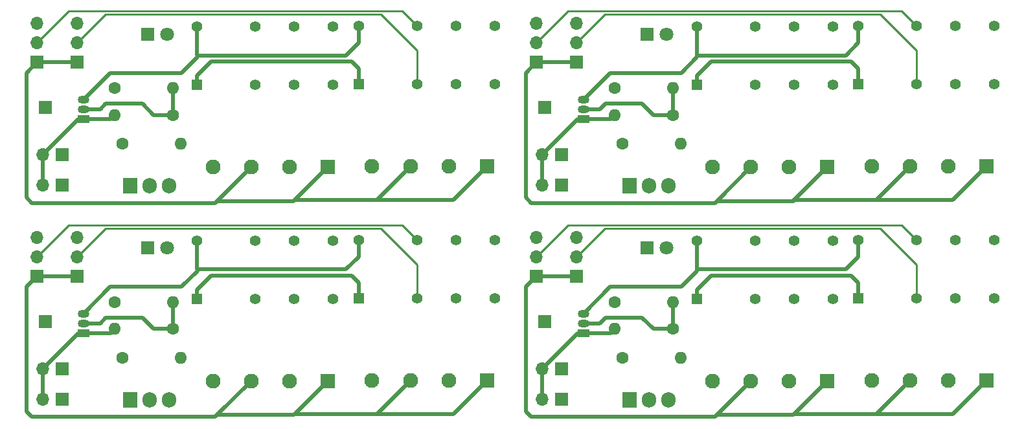
<source format=gbr>
%TF.GenerationSoftware,KiCad,Pcbnew,7.0.9*%
%TF.CreationDate,2024-06-09T17:36:51-04:00*%
%TF.ProjectId,Jackless-Panel,4a61636b-6c65-4737-932d-50616e656c2e,rev?*%
%TF.SameCoordinates,Original*%
%TF.FileFunction,Copper,L2,Bot*%
%TF.FilePolarity,Positive*%
%FSLAX46Y46*%
G04 Gerber Fmt 4.6, Leading zero omitted, Abs format (unit mm)*
G04 Created by KiCad (PCBNEW 7.0.9) date 2024-06-09 17:36:51*
%MOMM*%
%LPD*%
G01*
G04 APERTURE LIST*
%TA.AperFunction,ComponentPad*%
%ADD10C,1.600000*%
%TD*%
%TA.AperFunction,ComponentPad*%
%ADD11O,1.600000X1.600000*%
%TD*%
%TA.AperFunction,ComponentPad*%
%ADD12R,1.700000X1.700000*%
%TD*%
%TA.AperFunction,ComponentPad*%
%ADD13R,1.500000X1.050000*%
%TD*%
%TA.AperFunction,ComponentPad*%
%ADD14O,1.500000X1.050000*%
%TD*%
%TA.AperFunction,ComponentPad*%
%ADD15O,1.700000X1.700000*%
%TD*%
%TA.AperFunction,ComponentPad*%
%ADD16R,1.950000X1.950000*%
%TD*%
%TA.AperFunction,ComponentPad*%
%ADD17C,1.950000*%
%TD*%
%TA.AperFunction,ComponentPad*%
%ADD18R,1.800000X1.800000*%
%TD*%
%TA.AperFunction,ComponentPad*%
%ADD19C,1.800000*%
%TD*%
%TA.AperFunction,ComponentPad*%
%ADD20R,1.400000X1.400000*%
%TD*%
%TA.AperFunction,ComponentPad*%
%ADD21C,1.400000*%
%TD*%
%TA.AperFunction,ComponentPad*%
%ADD22R,1.905000X2.000000*%
%TD*%
%TA.AperFunction,ComponentPad*%
%ADD23O,1.905000X2.000000*%
%TD*%
%TA.AperFunction,Conductor*%
%ADD24C,0.500000*%
%TD*%
%TA.AperFunction,Conductor*%
%ADD25C,0.250000*%
%TD*%
G04 APERTURE END LIST*
D10*
%TO.P,LeftPD1,1*%
%TO.N,Board_1-Net-(QL1-G)*%
X169310000Y-34000000D03*
D11*
%TO.P,LeftPD1,2*%
%TO.N,Board_1-/Ctrl_GND*%
X161690000Y-34000000D03*
%TD*%
D12*
%TO.P,J1,1,Pin_1*%
%TO.N,Board_2-/Control*%
X87300000Y-61000000D03*
%TD*%
D13*
%TO.P,QL1,1,S*%
%TO.N,Board_2-/Ctrl_GND*%
X92310000Y-62520000D03*
D14*
%TO.P,QL1,2,G*%
%TO.N,Board_2-Net-(QL1-G)*%
X92310000Y-61250000D03*
%TO.P,QL1,3,D*%
%TO.N,Board_2-Net-(QL1-D)*%
X92310000Y-59980000D03*
%TD*%
D13*
%TO.P,QL1,1,S*%
%TO.N,Board_1-/Ctrl_GND*%
X157610000Y-34520000D03*
D14*
%TO.P,QL1,2,G*%
%TO.N,Board_1-Net-(QL1-G)*%
X157610000Y-33250000D03*
%TO.P,QL1,3,D*%
%TO.N,Board_1-Net-(QL1-D)*%
X157610000Y-31980000D03*
%TD*%
D12*
%TO.P,J1,1,Pin_1*%
%TO.N,Board_0-/Control*%
X87300000Y-33000000D03*
%TD*%
%TO.P,Out1,1,Pin_1*%
%TO.N,Board_0-/Signal_Gnd*%
X91450000Y-27080000D03*
D15*
%TO.P,Out1,2,Pin_2*%
%TO.N,Board_0-/L_out*%
X91450000Y-24540000D03*
%TO.P,Out1,3,Pin_3*%
%TO.N,Board_0-/R_out*%
X91450000Y-22000000D03*
%TD*%
D12*
%TO.P,In1,1,Pin_1*%
%TO.N,Board_0-/Signal_Gnd*%
X86200000Y-27080000D03*
D15*
%TO.P,In1,2,Pin_2*%
%TO.N,Board_0-/L_in*%
X86200000Y-24540000D03*
%TO.P,In1,3,Pin_3*%
%TO.N,Board_0-/R_in*%
X86200000Y-22000000D03*
%TD*%
D16*
%TO.P,J5,1,Pin_1*%
%TO.N,Board_0-/Signal_Gnd*%
X145000000Y-40700000D03*
D17*
%TO.P,J5,2,Pin_2*%
%TO.N,Board_0-/R_send*%
X140000000Y-40700000D03*
%TO.P,J5,3,Pin_3*%
%TO.N,Board_0-/Signal_Gnd*%
X135000000Y-40700000D03*
%TO.P,J5,4,Pin_4*%
%TO.N,Board_0-/L_Send*%
X130000000Y-40700000D03*
%TD*%
D18*
%TO.P,D1,1,K*%
%TO.N,Board_3-/Ctrl_GND*%
X165925000Y-51400000D03*
D19*
%TO.P,D1,2,A*%
%TO.N,Board_3-Net-(D1-A)*%
X168465000Y-51400000D03*
%TD*%
D10*
%TO.P,LGate1,1*%
%TO.N,Board_2-/Control*%
X96390000Y-58500000D03*
D11*
%TO.P,LGate1,2*%
%TO.N,Board_2-Net-(QL1-G)*%
X104010000Y-58500000D03*
%TD*%
D20*
%TO.P,Left/Mono1,1*%
%TO.N,Board_1-/5V*%
X193542500Y-29962500D03*
D21*
%TO.P,Left/Mono1,4*%
%TO.N,Board_1-/L_out*%
X201162500Y-29962500D03*
%TO.P,Left/Mono1,6*%
%TO.N,Board_1-Net-(Left/Mono1-Pad11)*%
X206242500Y-29962500D03*
%TO.P,Left/Mono1,8*%
%TO.N,Board_1-/L_Return*%
X211322500Y-29962500D03*
%TO.P,Left/Mono1,9*%
%TO.N,Board_1-/L_Send*%
X211322500Y-22342500D03*
%TO.P,Left/Mono1,11*%
%TO.N,Board_1-Net-(Left/Mono1-Pad11)*%
X206242500Y-22342500D03*
%TO.P,Left/Mono1,13*%
%TO.N,Board_1-/L_in*%
X201162500Y-22342500D03*
%TO.P,Left/Mono1,16*%
%TO.N,Board_1-Net-(QL1-D)*%
X193542500Y-22342500D03*
%TD*%
D12*
%TO.P,In1,1,Pin_1*%
%TO.N,Board_3-/Signal_Gnd*%
X151500000Y-55080000D03*
D15*
%TO.P,In1,2,Pin_2*%
%TO.N,Board_3-/L_in*%
X151500000Y-52540000D03*
%TO.P,In1,3,Pin_3*%
%TO.N,Board_3-/R_in*%
X151500000Y-50000000D03*
%TD*%
D10*
%TO.P,LGate1,1*%
%TO.N,Board_0-/Control*%
X96390000Y-30500000D03*
D11*
%TO.P,LGate1,2*%
%TO.N,Board_0-Net-(QL1-G)*%
X104010000Y-30500000D03*
%TD*%
D10*
%TO.P,RLed1,1*%
%TO.N,Board_2-/Control*%
X97390000Y-65750000D03*
D11*
%TO.P,RLed1,2*%
%TO.N,Board_2-Net-(D1-A)*%
X105010000Y-65750000D03*
%TD*%
D20*
%TO.P,Right1,1*%
%TO.N,Board_1-/5V*%
X172442500Y-30062500D03*
D21*
%TO.P,Right1,4*%
%TO.N,Board_1-/R_out*%
X180062500Y-30062500D03*
%TO.P,Right1,6*%
%TO.N,Board_1-Net-(Right1-Pad11)*%
X185142500Y-30062500D03*
%TO.P,Right1,8*%
%TO.N,Board_1-/R_Return*%
X190222500Y-30062500D03*
%TO.P,Right1,9*%
%TO.N,Board_1-/R_send*%
X190222500Y-22442500D03*
%TO.P,Right1,11*%
%TO.N,Board_1-Net-(Right1-Pad11)*%
X185142500Y-22442500D03*
%TO.P,Right1,13*%
%TO.N,Board_1-/R_in*%
X180062500Y-22442500D03*
%TO.P,Right1,16*%
%TO.N,Board_1-Net-(QL1-D)*%
X172442500Y-22442500D03*
%TD*%
D10*
%TO.P,RLed1,1*%
%TO.N,Board_3-/Control*%
X162690000Y-65750000D03*
D11*
%TO.P,RLed1,2*%
%TO.N,Board_3-Net-(D1-A)*%
X170310000Y-65750000D03*
%TD*%
D10*
%TO.P,LGate1,1*%
%TO.N,Board_3-/Control*%
X161690000Y-58500000D03*
D11*
%TO.P,LGate1,2*%
%TO.N,Board_3-Net-(QL1-G)*%
X169310000Y-58500000D03*
%TD*%
D20*
%TO.P,Right1,1*%
%TO.N,Board_2-/5V*%
X107142500Y-58062500D03*
D21*
%TO.P,Right1,4*%
%TO.N,Board_2-/R_out*%
X114762500Y-58062500D03*
%TO.P,Right1,6*%
%TO.N,Board_2-Net-(Right1-Pad11)*%
X119842500Y-58062500D03*
%TO.P,Right1,8*%
%TO.N,Board_2-/R_Return*%
X124922500Y-58062500D03*
%TO.P,Right1,9*%
%TO.N,Board_2-/R_send*%
X124922500Y-50442500D03*
%TO.P,Right1,11*%
%TO.N,Board_2-Net-(Right1-Pad11)*%
X119842500Y-50442500D03*
%TO.P,Right1,13*%
%TO.N,Board_2-/R_in*%
X114762500Y-50442500D03*
%TO.P,Right1,16*%
%TO.N,Board_2-Net-(QL1-D)*%
X107142500Y-50442500D03*
%TD*%
D20*
%TO.P,Left/Mono1,1*%
%TO.N,Board_2-/5V*%
X128242500Y-57962500D03*
D21*
%TO.P,Left/Mono1,4*%
%TO.N,Board_2-/L_out*%
X135862500Y-57962500D03*
%TO.P,Left/Mono1,6*%
%TO.N,Board_2-Net-(Left/Mono1-Pad11)*%
X140942500Y-57962500D03*
%TO.P,Left/Mono1,8*%
%TO.N,Board_2-/L_Return*%
X146022500Y-57962500D03*
%TO.P,Left/Mono1,9*%
%TO.N,Board_2-/L_Send*%
X146022500Y-50342500D03*
%TO.P,Left/Mono1,11*%
%TO.N,Board_2-Net-(Left/Mono1-Pad11)*%
X140942500Y-50342500D03*
%TO.P,Left/Mono1,13*%
%TO.N,Board_2-/L_in*%
X135862500Y-50342500D03*
%TO.P,Left/Mono1,16*%
%TO.N,Board_2-Net-(QL1-D)*%
X128242500Y-50342500D03*
%TD*%
D12*
%TO.P,J3,1,Pin_1*%
%TO.N,Board_1-/9V*%
X154775000Y-39200000D03*
D15*
%TO.P,J3,2,Pin_2*%
%TO.N,Board_1-/Ctrl_GND*%
X152235000Y-39200000D03*
%TD*%
D12*
%TO.P,J3,1,Pin_1*%
%TO.N,Board_3-/9V*%
X154775000Y-67200000D03*
D15*
%TO.P,J3,2,Pin_2*%
%TO.N,Board_3-/Ctrl_GND*%
X152235000Y-67200000D03*
%TD*%
D10*
%TO.P,RLed1,1*%
%TO.N,Board_0-/Control*%
X97390000Y-37750000D03*
D11*
%TO.P,RLed1,2*%
%TO.N,Board_0-Net-(D1-A)*%
X105010000Y-37750000D03*
%TD*%
D12*
%TO.P,J2,1,Pin_1*%
%TO.N,Board_0-/9V*%
X89475000Y-43200000D03*
D15*
%TO.P,J2,2,Pin_2*%
%TO.N,Board_0-/Ctrl_GND*%
X86935000Y-43200000D03*
%TD*%
D10*
%TO.P,LeftPD1,1*%
%TO.N,Board_3-Net-(QL1-G)*%
X169310000Y-62000000D03*
D11*
%TO.P,LeftPD1,2*%
%TO.N,Board_3-/Ctrl_GND*%
X161690000Y-62000000D03*
%TD*%
D16*
%TO.P,J4,1,Pin_1*%
%TO.N,Board_0-/Signal_Gnd*%
X124200000Y-40800000D03*
D17*
%TO.P,J4,2,Pin_2*%
%TO.N,Board_0-/R_Return*%
X119200000Y-40800000D03*
%TO.P,J4,3,Pin_3*%
%TO.N,Board_0-/Signal_Gnd*%
X114200000Y-40800000D03*
%TO.P,J4,4,Pin_4*%
%TO.N,Board_0-/L_Return*%
X109200000Y-40800000D03*
%TD*%
D20*
%TO.P,Right1,1*%
%TO.N,Board_3-/5V*%
X172442500Y-58062500D03*
D21*
%TO.P,Right1,4*%
%TO.N,Board_3-/R_out*%
X180062500Y-58062500D03*
%TO.P,Right1,6*%
%TO.N,Board_3-Net-(Right1-Pad11)*%
X185142500Y-58062500D03*
%TO.P,Right1,8*%
%TO.N,Board_3-/R_Return*%
X190222500Y-58062500D03*
%TO.P,Right1,9*%
%TO.N,Board_3-/R_send*%
X190222500Y-50442500D03*
%TO.P,Right1,11*%
%TO.N,Board_3-Net-(Right1-Pad11)*%
X185142500Y-50442500D03*
%TO.P,Right1,13*%
%TO.N,Board_3-/R_in*%
X180062500Y-50442500D03*
%TO.P,Right1,16*%
%TO.N,Board_3-Net-(QL1-D)*%
X172442500Y-50442500D03*
%TD*%
D18*
%TO.P,D1,1,K*%
%TO.N,Board_1-/Ctrl_GND*%
X165925000Y-23400000D03*
D19*
%TO.P,D1,2,A*%
%TO.N,Board_1-Net-(D1-A)*%
X168465000Y-23400000D03*
%TD*%
D12*
%TO.P,J2,1,Pin_1*%
%TO.N,Board_1-/9V*%
X154775000Y-43200000D03*
D15*
%TO.P,J2,2,Pin_2*%
%TO.N,Board_1-/Ctrl_GND*%
X152235000Y-43200000D03*
%TD*%
D13*
%TO.P,QL1,1,S*%
%TO.N,Board_3-/Ctrl_GND*%
X157610000Y-62520000D03*
D14*
%TO.P,QL1,2,G*%
%TO.N,Board_3-Net-(QL1-G)*%
X157610000Y-61250000D03*
%TO.P,QL1,3,D*%
%TO.N,Board_3-Net-(QL1-D)*%
X157610000Y-59980000D03*
%TD*%
D12*
%TO.P,J2,1,Pin_1*%
%TO.N,Board_2-/9V*%
X89475000Y-71200000D03*
D15*
%TO.P,J2,2,Pin_2*%
%TO.N,Board_2-/Ctrl_GND*%
X86935000Y-71200000D03*
%TD*%
D12*
%TO.P,In1,1,Pin_1*%
%TO.N,Board_1-/Signal_Gnd*%
X151500000Y-27080000D03*
D15*
%TO.P,In1,2,Pin_2*%
%TO.N,Board_1-/L_in*%
X151500000Y-24540000D03*
%TO.P,In1,3,Pin_3*%
%TO.N,Board_1-/R_in*%
X151500000Y-22000000D03*
%TD*%
D12*
%TO.P,Out1,1,Pin_1*%
%TO.N,Board_3-/Signal_Gnd*%
X156750000Y-55080000D03*
D15*
%TO.P,Out1,2,Pin_2*%
%TO.N,Board_3-/L_out*%
X156750000Y-52540000D03*
%TO.P,Out1,3,Pin_3*%
%TO.N,Board_3-/R_out*%
X156750000Y-50000000D03*
%TD*%
D12*
%TO.P,Out1,1,Pin_1*%
%TO.N,Board_1-/Signal_Gnd*%
X156750000Y-27080000D03*
D15*
%TO.P,Out1,2,Pin_2*%
%TO.N,Board_1-/L_out*%
X156750000Y-24540000D03*
%TO.P,Out1,3,Pin_3*%
%TO.N,Board_1-/R_out*%
X156750000Y-22000000D03*
%TD*%
D12*
%TO.P,Out1,1,Pin_1*%
%TO.N,Board_2-/Signal_Gnd*%
X91450000Y-55080000D03*
D15*
%TO.P,Out1,2,Pin_2*%
%TO.N,Board_2-/L_out*%
X91450000Y-52540000D03*
%TO.P,Out1,3,Pin_3*%
%TO.N,Board_2-/R_out*%
X91450000Y-50000000D03*
%TD*%
D12*
%TO.P,J3,1,Pin_1*%
%TO.N,Board_0-/9V*%
X89475000Y-39200000D03*
D15*
%TO.P,J3,2,Pin_2*%
%TO.N,Board_0-/Ctrl_GND*%
X86935000Y-39200000D03*
%TD*%
D12*
%TO.P,J1,1,Pin_1*%
%TO.N,Board_1-/Control*%
X152600000Y-33000000D03*
%TD*%
D16*
%TO.P,J5,1,Pin_1*%
%TO.N,Board_1-/Signal_Gnd*%
X210300000Y-40700000D03*
D17*
%TO.P,J5,2,Pin_2*%
%TO.N,Board_1-/R_send*%
X205300000Y-40700000D03*
%TO.P,J5,3,Pin_3*%
%TO.N,Board_1-/Signal_Gnd*%
X200300000Y-40700000D03*
%TO.P,J5,4,Pin_4*%
%TO.N,Board_1-/L_Send*%
X195300000Y-40700000D03*
%TD*%
D10*
%TO.P,LGate1,1*%
%TO.N,Board_1-/Control*%
X161690000Y-30500000D03*
D11*
%TO.P,LGate1,2*%
%TO.N,Board_1-Net-(QL1-G)*%
X169310000Y-30500000D03*
%TD*%
D22*
%TO.P,U1,1,IN*%
%TO.N,Board_0-/9V*%
X98360000Y-43245000D03*
D23*
%TO.P,U1,2,GND*%
%TO.N,Board_0-/Ctrl_GND*%
X100900000Y-43245000D03*
%TO.P,U1,3,OUT*%
%TO.N,Board_0-/5V*%
X103440000Y-43245000D03*
%TD*%
D18*
%TO.P,D1,1,K*%
%TO.N,Board_2-/Ctrl_GND*%
X100625000Y-51400000D03*
D19*
%TO.P,D1,2,A*%
%TO.N,Board_2-Net-(D1-A)*%
X103165000Y-51400000D03*
%TD*%
D13*
%TO.P,QL1,1,S*%
%TO.N,Board_0-/Ctrl_GND*%
X92310000Y-34520000D03*
D14*
%TO.P,QL1,2,G*%
%TO.N,Board_0-Net-(QL1-G)*%
X92310000Y-33250000D03*
%TO.P,QL1,3,D*%
%TO.N,Board_0-Net-(QL1-D)*%
X92310000Y-31980000D03*
%TD*%
D10*
%TO.P,LeftPD1,1*%
%TO.N,Board_0-Net-(QL1-G)*%
X104010000Y-34000000D03*
D11*
%TO.P,LeftPD1,2*%
%TO.N,Board_0-/Ctrl_GND*%
X96390000Y-34000000D03*
%TD*%
D12*
%TO.P,J2,1,Pin_1*%
%TO.N,Board_3-/9V*%
X154775000Y-71200000D03*
D15*
%TO.P,J2,2,Pin_2*%
%TO.N,Board_3-/Ctrl_GND*%
X152235000Y-71200000D03*
%TD*%
D16*
%TO.P,J5,1,Pin_1*%
%TO.N,Board_3-/Signal_Gnd*%
X210300000Y-68700000D03*
D17*
%TO.P,J5,2,Pin_2*%
%TO.N,Board_3-/R_send*%
X205300000Y-68700000D03*
%TO.P,J5,3,Pin_3*%
%TO.N,Board_3-/Signal_Gnd*%
X200300000Y-68700000D03*
%TO.P,J5,4,Pin_4*%
%TO.N,Board_3-/L_Send*%
X195300000Y-68700000D03*
%TD*%
D20*
%TO.P,Right1,1*%
%TO.N,Board_0-/5V*%
X107142500Y-30062500D03*
D21*
%TO.P,Right1,4*%
%TO.N,Board_0-/R_out*%
X114762500Y-30062500D03*
%TO.P,Right1,6*%
%TO.N,Board_0-Net-(Right1-Pad11)*%
X119842500Y-30062500D03*
%TO.P,Right1,8*%
%TO.N,Board_0-/R_Return*%
X124922500Y-30062500D03*
%TO.P,Right1,9*%
%TO.N,Board_0-/R_send*%
X124922500Y-22442500D03*
%TO.P,Right1,11*%
%TO.N,Board_0-Net-(Right1-Pad11)*%
X119842500Y-22442500D03*
%TO.P,Right1,13*%
%TO.N,Board_0-/R_in*%
X114762500Y-22442500D03*
%TO.P,Right1,16*%
%TO.N,Board_0-Net-(QL1-D)*%
X107142500Y-22442500D03*
%TD*%
D12*
%TO.P,J1,1,Pin_1*%
%TO.N,Board_3-/Control*%
X152600000Y-61000000D03*
%TD*%
D16*
%TO.P,J5,1,Pin_1*%
%TO.N,Board_2-/Signal_Gnd*%
X145000000Y-68700000D03*
D17*
%TO.P,J5,2,Pin_2*%
%TO.N,Board_2-/R_send*%
X140000000Y-68700000D03*
%TO.P,J5,3,Pin_3*%
%TO.N,Board_2-/Signal_Gnd*%
X135000000Y-68700000D03*
%TO.P,J5,4,Pin_4*%
%TO.N,Board_2-/L_Send*%
X130000000Y-68700000D03*
%TD*%
D10*
%TO.P,LeftPD1,1*%
%TO.N,Board_2-Net-(QL1-G)*%
X104010000Y-62000000D03*
D11*
%TO.P,LeftPD1,2*%
%TO.N,Board_2-/Ctrl_GND*%
X96390000Y-62000000D03*
%TD*%
D22*
%TO.P,U1,1,IN*%
%TO.N,Board_3-/9V*%
X163660000Y-71245000D03*
D23*
%TO.P,U1,2,GND*%
%TO.N,Board_3-/Ctrl_GND*%
X166200000Y-71245000D03*
%TO.P,U1,3,OUT*%
%TO.N,Board_3-/5V*%
X168740000Y-71245000D03*
%TD*%
D16*
%TO.P,J4,1,Pin_1*%
%TO.N,Board_2-/Signal_Gnd*%
X124200000Y-68800000D03*
D17*
%TO.P,J4,2,Pin_2*%
%TO.N,Board_2-/R_Return*%
X119200000Y-68800000D03*
%TO.P,J4,3,Pin_3*%
%TO.N,Board_2-/Signal_Gnd*%
X114200000Y-68800000D03*
%TO.P,J4,4,Pin_4*%
%TO.N,Board_2-/L_Return*%
X109200000Y-68800000D03*
%TD*%
D22*
%TO.P,U1,1,IN*%
%TO.N,Board_2-/9V*%
X98360000Y-71245000D03*
D23*
%TO.P,U1,2,GND*%
%TO.N,Board_2-/Ctrl_GND*%
X100900000Y-71245000D03*
%TO.P,U1,3,OUT*%
%TO.N,Board_2-/5V*%
X103440000Y-71245000D03*
%TD*%
D16*
%TO.P,J4,1,Pin_1*%
%TO.N,Board_1-/Signal_Gnd*%
X189500000Y-40800000D03*
D17*
%TO.P,J4,2,Pin_2*%
%TO.N,Board_1-/R_Return*%
X184500000Y-40800000D03*
%TO.P,J4,3,Pin_3*%
%TO.N,Board_1-/Signal_Gnd*%
X179500000Y-40800000D03*
%TO.P,J4,4,Pin_4*%
%TO.N,Board_1-/L_Return*%
X174500000Y-40800000D03*
%TD*%
D22*
%TO.P,U1,1,IN*%
%TO.N,Board_1-/9V*%
X163660000Y-43245000D03*
D23*
%TO.P,U1,2,GND*%
%TO.N,Board_1-/Ctrl_GND*%
X166200000Y-43245000D03*
%TO.P,U1,3,OUT*%
%TO.N,Board_1-/5V*%
X168740000Y-43245000D03*
%TD*%
D12*
%TO.P,J3,1,Pin_1*%
%TO.N,Board_2-/9V*%
X89475000Y-67200000D03*
D15*
%TO.P,J3,2,Pin_2*%
%TO.N,Board_2-/Ctrl_GND*%
X86935000Y-67200000D03*
%TD*%
D12*
%TO.P,In1,1,Pin_1*%
%TO.N,Board_2-/Signal_Gnd*%
X86200000Y-55080000D03*
D15*
%TO.P,In1,2,Pin_2*%
%TO.N,Board_2-/L_in*%
X86200000Y-52540000D03*
%TO.P,In1,3,Pin_3*%
%TO.N,Board_2-/R_in*%
X86200000Y-50000000D03*
%TD*%
D18*
%TO.P,D1,1,K*%
%TO.N,Board_0-/Ctrl_GND*%
X100625000Y-23400000D03*
D19*
%TO.P,D1,2,A*%
%TO.N,Board_0-Net-(D1-A)*%
X103165000Y-23400000D03*
%TD*%
D16*
%TO.P,J4,1,Pin_1*%
%TO.N,Board_3-/Signal_Gnd*%
X189500000Y-68800000D03*
D17*
%TO.P,J4,2,Pin_2*%
%TO.N,Board_3-/R_Return*%
X184500000Y-68800000D03*
%TO.P,J4,3,Pin_3*%
%TO.N,Board_3-/Signal_Gnd*%
X179500000Y-68800000D03*
%TO.P,J4,4,Pin_4*%
%TO.N,Board_3-/L_Return*%
X174500000Y-68800000D03*
%TD*%
D20*
%TO.P,Left/Mono1,1*%
%TO.N,Board_3-/5V*%
X193542500Y-57962500D03*
D21*
%TO.P,Left/Mono1,4*%
%TO.N,Board_3-/L_out*%
X201162500Y-57962500D03*
%TO.P,Left/Mono1,6*%
%TO.N,Board_3-Net-(Left/Mono1-Pad11)*%
X206242500Y-57962500D03*
%TO.P,Left/Mono1,8*%
%TO.N,Board_3-/L_Return*%
X211322500Y-57962500D03*
%TO.P,Left/Mono1,9*%
%TO.N,Board_3-/L_Send*%
X211322500Y-50342500D03*
%TO.P,Left/Mono1,11*%
%TO.N,Board_3-Net-(Left/Mono1-Pad11)*%
X206242500Y-50342500D03*
%TO.P,Left/Mono1,13*%
%TO.N,Board_3-/L_in*%
X201162500Y-50342500D03*
%TO.P,Left/Mono1,16*%
%TO.N,Board_3-Net-(QL1-D)*%
X193542500Y-50342500D03*
%TD*%
D20*
%TO.P,Left/Mono1,1*%
%TO.N,Board_0-/5V*%
X128242500Y-29962500D03*
D21*
%TO.P,Left/Mono1,4*%
%TO.N,Board_0-/L_out*%
X135862500Y-29962500D03*
%TO.P,Left/Mono1,6*%
%TO.N,Board_0-Net-(Left/Mono1-Pad11)*%
X140942500Y-29962500D03*
%TO.P,Left/Mono1,8*%
%TO.N,Board_0-/L_Return*%
X146022500Y-29962500D03*
%TO.P,Left/Mono1,9*%
%TO.N,Board_0-/L_Send*%
X146022500Y-22342500D03*
%TO.P,Left/Mono1,11*%
%TO.N,Board_0-Net-(Left/Mono1-Pad11)*%
X140942500Y-22342500D03*
%TO.P,Left/Mono1,13*%
%TO.N,Board_0-/L_in*%
X135862500Y-22342500D03*
%TO.P,Left/Mono1,16*%
%TO.N,Board_0-Net-(QL1-D)*%
X128242500Y-22342500D03*
%TD*%
D10*
%TO.P,RLed1,1*%
%TO.N,Board_1-/Control*%
X162690000Y-37750000D03*
D11*
%TO.P,RLed1,2*%
%TO.N,Board_1-Net-(D1-A)*%
X170310000Y-37750000D03*
%TD*%
D24*
%TO.N,Board_3-Net-(QL1-G)*%
X160500000Y-60500000D02*
X165250000Y-60500000D01*
X166750000Y-62000000D02*
X169310000Y-62000000D01*
X169310000Y-58500000D02*
X169310000Y-62000000D01*
X159750000Y-61250000D02*
X160500000Y-60500000D01*
X165250000Y-60500000D02*
X166750000Y-62000000D01*
X157610000Y-61250000D02*
X159750000Y-61250000D01*
%TO.N,Board_3-Net-(QL1-D)*%
X170400000Y-56500000D02*
X172500000Y-54400000D01*
X172500000Y-54200000D02*
X191900000Y-54200000D01*
X161090000Y-56500000D02*
X170400000Y-56500000D01*
X172442500Y-54142500D02*
X172500000Y-54200000D01*
X157610000Y-59980000D02*
X161090000Y-56500000D01*
X193542500Y-52557500D02*
X193542500Y-50342500D01*
X172442500Y-50442500D02*
X172442500Y-54142500D01*
X191900000Y-54200000D02*
X193542500Y-52557500D01*
X172500000Y-54400000D02*
X172500000Y-54200000D01*
%TO.N,Board_3-/Signal_Gnd*%
X175050000Y-73250000D02*
X179500000Y-68800000D01*
X150800000Y-73500000D02*
X174800000Y-73500000D01*
X175050000Y-73250000D02*
X185050000Y-73250000D01*
X185050000Y-73250000D02*
X185150000Y-73150000D01*
X193100000Y-73100000D02*
X194900000Y-73100000D01*
X185150000Y-73150000D02*
X189500000Y-68800000D01*
X150100000Y-56480000D02*
X150100000Y-72800000D01*
X150100000Y-72800000D02*
X150800000Y-73500000D01*
X194900000Y-73100000D02*
X205900000Y-73100000D01*
X185200000Y-73100000D02*
X193100000Y-73100000D01*
X195900000Y-73100000D02*
X200300000Y-68700000D01*
X151500000Y-55080000D02*
X156750000Y-55080000D01*
X205900000Y-73100000D02*
X210300000Y-68700000D01*
X174800000Y-73500000D02*
X175050000Y-73250000D01*
X150100000Y-56480000D02*
X151500000Y-55080000D01*
X194900000Y-73100000D02*
X195900000Y-73100000D01*
X185150000Y-73150000D02*
X185200000Y-73100000D01*
D25*
%TO.N,Board_3-/L_out*%
X156750000Y-52540000D02*
X160440000Y-48850000D01*
X196450000Y-48850000D02*
X201162500Y-53562500D01*
X160440000Y-48850000D02*
X196450000Y-48850000D01*
X201162500Y-53562500D02*
X201162500Y-57962500D01*
%TO.N,Board_3-/L_in*%
X199220000Y-48400000D02*
X201162500Y-50342500D01*
X155640000Y-48400000D02*
X199220000Y-48400000D01*
X151500000Y-52540000D02*
X155640000Y-48400000D01*
D24*
%TO.N,Board_3-/Ctrl_GND*%
X157610000Y-62520000D02*
X161170000Y-62520000D01*
X156915000Y-62520000D02*
X152235000Y-67200000D01*
X152235000Y-67200000D02*
X152235000Y-71200000D01*
X161170000Y-62520000D02*
X161690000Y-62000000D01*
X157610000Y-62520000D02*
X156915000Y-62520000D01*
%TO.N,Board_3-/5V*%
X192600000Y-55000000D02*
X174305000Y-55000000D01*
X174305000Y-55000000D02*
X172442500Y-56862500D01*
X193542500Y-55942500D02*
X193542500Y-57962500D01*
X192600000Y-55000000D02*
X193542500Y-55942500D01*
X172442500Y-56862500D02*
X172442500Y-58062500D01*
%TO.N,Board_2-Net-(QL1-G)*%
X92310000Y-61250000D02*
X94450000Y-61250000D01*
X95200000Y-60500000D02*
X99950000Y-60500000D01*
X99950000Y-60500000D02*
X101450000Y-62000000D01*
X94450000Y-61250000D02*
X95200000Y-60500000D01*
X101450000Y-62000000D02*
X104010000Y-62000000D01*
X104010000Y-58500000D02*
X104010000Y-62000000D01*
%TO.N,Board_2-Net-(QL1-D)*%
X126600000Y-54200000D02*
X128242500Y-52557500D01*
X95790000Y-56500000D02*
X105100000Y-56500000D01*
X107142500Y-50442500D02*
X107142500Y-54142500D01*
X92310000Y-59980000D02*
X95790000Y-56500000D01*
X105100000Y-56500000D02*
X107200000Y-54400000D01*
X107142500Y-54142500D02*
X107200000Y-54200000D01*
X107200000Y-54200000D02*
X126600000Y-54200000D01*
X107200000Y-54400000D02*
X107200000Y-54200000D01*
X128242500Y-52557500D02*
X128242500Y-50342500D01*
%TO.N,Board_2-/Signal_Gnd*%
X119850000Y-73150000D02*
X124200000Y-68800000D01*
X119850000Y-73150000D02*
X119900000Y-73100000D01*
X109750000Y-73250000D02*
X114200000Y-68800000D01*
X109500000Y-73500000D02*
X109750000Y-73250000D01*
X127800000Y-73100000D02*
X129600000Y-73100000D01*
X129600000Y-73100000D02*
X140600000Y-73100000D01*
X130600000Y-73100000D02*
X135000000Y-68700000D01*
X119900000Y-73100000D02*
X127800000Y-73100000D01*
X86200000Y-55080000D02*
X91450000Y-55080000D01*
X119750000Y-73250000D02*
X119850000Y-73150000D01*
X84800000Y-56480000D02*
X86200000Y-55080000D01*
X85500000Y-73500000D02*
X109500000Y-73500000D01*
X84800000Y-56480000D02*
X84800000Y-72800000D01*
X109750000Y-73250000D02*
X119750000Y-73250000D01*
X129600000Y-73100000D02*
X130600000Y-73100000D01*
X140600000Y-73100000D02*
X145000000Y-68700000D01*
X84800000Y-72800000D02*
X85500000Y-73500000D01*
D25*
%TO.N,Board_2-/L_out*%
X131150000Y-48850000D02*
X135862500Y-53562500D01*
X95140000Y-48850000D02*
X131150000Y-48850000D01*
X135862500Y-53562500D02*
X135862500Y-57962500D01*
X91450000Y-52540000D02*
X95140000Y-48850000D01*
%TO.N,Board_2-/L_in*%
X86200000Y-52540000D02*
X90340000Y-48400000D01*
X90340000Y-48400000D02*
X133920000Y-48400000D01*
X133920000Y-48400000D02*
X135862500Y-50342500D01*
D24*
%TO.N,Board_2-/Ctrl_GND*%
X91615000Y-62520000D02*
X86935000Y-67200000D01*
X92310000Y-62520000D02*
X95870000Y-62520000D01*
X86935000Y-67200000D02*
X86935000Y-71200000D01*
X95870000Y-62520000D02*
X96390000Y-62000000D01*
X92310000Y-62520000D02*
X91615000Y-62520000D01*
%TO.N,Board_2-/5V*%
X127300000Y-55000000D02*
X109005000Y-55000000D01*
X127300000Y-55000000D02*
X128242500Y-55942500D01*
X107142500Y-56862500D02*
X107142500Y-58062500D01*
X109005000Y-55000000D02*
X107142500Y-56862500D01*
X128242500Y-55942500D02*
X128242500Y-57962500D01*
%TO.N,Board_1-Net-(QL1-G)*%
X166750000Y-34000000D02*
X169310000Y-34000000D01*
X160500000Y-32500000D02*
X165250000Y-32500000D01*
X157610000Y-33250000D02*
X159750000Y-33250000D01*
X169310000Y-30500000D02*
X169310000Y-34000000D01*
X165250000Y-32500000D02*
X166750000Y-34000000D01*
X159750000Y-33250000D02*
X160500000Y-32500000D01*
%TO.N,Board_1-Net-(QL1-D)*%
X170400000Y-28500000D02*
X172500000Y-26400000D01*
X193542500Y-24557500D02*
X193542500Y-22342500D01*
X172442500Y-22442500D02*
X172442500Y-26142500D01*
X161090000Y-28500000D02*
X170400000Y-28500000D01*
X172442500Y-26142500D02*
X172500000Y-26200000D01*
X157610000Y-31980000D02*
X161090000Y-28500000D01*
X191900000Y-26200000D02*
X193542500Y-24557500D01*
X172500000Y-26400000D02*
X172500000Y-26200000D01*
X172500000Y-26200000D02*
X191900000Y-26200000D01*
%TO.N,Board_1-/Signal_Gnd*%
X185200000Y-45100000D02*
X193100000Y-45100000D01*
X185150000Y-45150000D02*
X189500000Y-40800000D01*
X150100000Y-44800000D02*
X150800000Y-45500000D01*
X194900000Y-45100000D02*
X195900000Y-45100000D01*
X205900000Y-45100000D02*
X210300000Y-40700000D01*
X151500000Y-27080000D02*
X156750000Y-27080000D01*
X174800000Y-45500000D02*
X175050000Y-45250000D01*
X150800000Y-45500000D02*
X174800000Y-45500000D01*
X175050000Y-45250000D02*
X179500000Y-40800000D01*
X185050000Y-45250000D02*
X185150000Y-45150000D01*
X185150000Y-45150000D02*
X185200000Y-45100000D01*
X195900000Y-45100000D02*
X200300000Y-40700000D01*
X175050000Y-45250000D02*
X185050000Y-45250000D01*
X150100000Y-28480000D02*
X150100000Y-44800000D01*
X150100000Y-28480000D02*
X151500000Y-27080000D01*
X194900000Y-45100000D02*
X205900000Y-45100000D01*
X193100000Y-45100000D02*
X194900000Y-45100000D01*
D25*
%TO.N,Board_1-/L_out*%
X160440000Y-20850000D02*
X196450000Y-20850000D01*
X156750000Y-24540000D02*
X160440000Y-20850000D01*
X196450000Y-20850000D02*
X201162500Y-25562500D01*
X201162500Y-25562500D02*
X201162500Y-29962500D01*
%TO.N,Board_1-/L_in*%
X151500000Y-24540000D02*
X155640000Y-20400000D01*
X155640000Y-20400000D02*
X199220000Y-20400000D01*
X199220000Y-20400000D02*
X201162500Y-22342500D01*
D24*
%TO.N,Board_1-/Ctrl_GND*%
X156915000Y-34520000D02*
X152235000Y-39200000D01*
X161170000Y-34520000D02*
X161690000Y-34000000D01*
X152235000Y-39200000D02*
X152235000Y-43200000D01*
X157610000Y-34520000D02*
X161170000Y-34520000D01*
X157610000Y-34520000D02*
X156915000Y-34520000D01*
%TO.N,Board_1-/5V*%
X193542500Y-27942500D02*
X193542500Y-29962500D01*
X192600000Y-27000000D02*
X193542500Y-27942500D01*
X174305000Y-27000000D02*
X172442500Y-28862500D01*
X192600000Y-27000000D02*
X174305000Y-27000000D01*
X172442500Y-28862500D02*
X172442500Y-30062500D01*
%TO.N,Board_0-Net-(QL1-G)*%
X104010000Y-30500000D02*
X104010000Y-34000000D01*
X94450000Y-33250000D02*
X95200000Y-32500000D01*
X95200000Y-32500000D02*
X99950000Y-32500000D01*
X101450000Y-34000000D02*
X104010000Y-34000000D01*
X92310000Y-33250000D02*
X94450000Y-33250000D01*
X99950000Y-32500000D02*
X101450000Y-34000000D01*
%TO.N,Board_0-Net-(QL1-D)*%
X105100000Y-28500000D02*
X107200000Y-26400000D01*
X107200000Y-26200000D02*
X126600000Y-26200000D01*
X126600000Y-26200000D02*
X128242500Y-24557500D01*
X128242500Y-24557500D02*
X128242500Y-22342500D01*
X107200000Y-26400000D02*
X107200000Y-26200000D01*
X95790000Y-28500000D02*
X105100000Y-28500000D01*
X92310000Y-31980000D02*
X95790000Y-28500000D01*
X107142500Y-26142500D02*
X107200000Y-26200000D01*
X107142500Y-22442500D02*
X107142500Y-26142500D01*
%TO.N,Board_0-/Signal_Gnd*%
X86200000Y-27080000D02*
X91450000Y-27080000D01*
X129600000Y-45100000D02*
X130600000Y-45100000D01*
X84800000Y-44800000D02*
X85500000Y-45500000D01*
X85500000Y-45500000D02*
X109500000Y-45500000D01*
X109500000Y-45500000D02*
X109750000Y-45250000D01*
X119750000Y-45250000D02*
X119850000Y-45150000D01*
X119900000Y-45100000D02*
X127800000Y-45100000D01*
X119850000Y-45150000D02*
X119900000Y-45100000D01*
X119850000Y-45150000D02*
X124200000Y-40800000D01*
X140600000Y-45100000D02*
X145000000Y-40700000D01*
X84800000Y-28480000D02*
X84800000Y-44800000D01*
X130600000Y-45100000D02*
X135000000Y-40700000D01*
X129600000Y-45100000D02*
X140600000Y-45100000D01*
X127800000Y-45100000D02*
X129600000Y-45100000D01*
X109750000Y-45250000D02*
X119750000Y-45250000D01*
X84800000Y-28480000D02*
X86200000Y-27080000D01*
X109750000Y-45250000D02*
X114200000Y-40800000D01*
D25*
%TO.N,Board_0-/L_out*%
X135862500Y-25562500D02*
X135862500Y-29962500D01*
X95140000Y-20850000D02*
X131150000Y-20850000D01*
X131150000Y-20850000D02*
X135862500Y-25562500D01*
X91450000Y-24540000D02*
X95140000Y-20850000D01*
%TO.N,Board_0-/L_in*%
X90340000Y-20400000D02*
X133920000Y-20400000D01*
X86200000Y-24540000D02*
X90340000Y-20400000D01*
X133920000Y-20400000D02*
X135862500Y-22342500D01*
D24*
%TO.N,Board_0-/Ctrl_GND*%
X92310000Y-34520000D02*
X95870000Y-34520000D01*
X95870000Y-34520000D02*
X96390000Y-34000000D01*
X91615000Y-34520000D02*
X86935000Y-39200000D01*
X86935000Y-39200000D02*
X86935000Y-43200000D01*
X92310000Y-34520000D02*
X91615000Y-34520000D01*
%TO.N,Board_0-/5V*%
X107142500Y-28862500D02*
X107142500Y-30062500D01*
X127300000Y-27000000D02*
X128242500Y-27942500D01*
X128242500Y-27942500D02*
X128242500Y-29962500D01*
X109005000Y-27000000D02*
X107142500Y-28862500D01*
X127300000Y-27000000D02*
X109005000Y-27000000D01*
%TD*%
M02*

</source>
